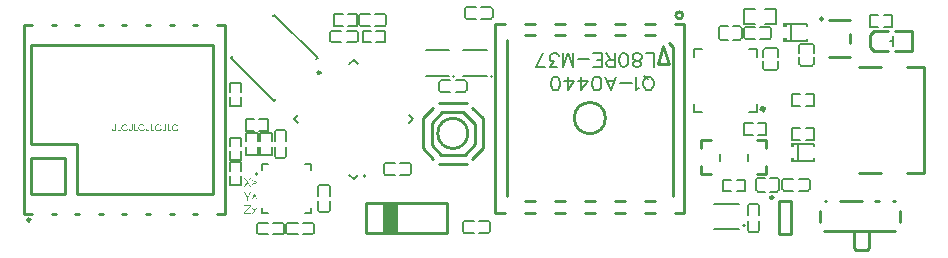
<source format=gto>
G04 Layer: TopSilkscreenLayer*
G04 EasyEDA v6.5.29, 2023-07-07 16:20:56*
G04 d9f499156d004e84aee0404722c7e58c,63a96235fadc4189ab89c93b90d034ab,10*
G04 Gerber Generator version 0.2*
G04 Scale: 100 percent, Rotated: No, Reflected: No *
G04 Dimensions in millimeters *
G04 leading zeros omitted , absolute positions ,4 integer and 5 decimal *
%FSLAX45Y45*%
%MOMM*%

%ADD10C,0.2032*%
%ADD11C,0.1524*%
%ADD12C,0.2540*%
%ADD13C,0.1500*%
%ADD14C,0.1520*%
%ADD15C,0.2000*%
%ADD16C,0.2030*%
%ADD17C,0.3000*%
%ADD18C,0.2489*%
%ADD19C,0.2500*%
%ADD20C,0.0126*%

%LPD*%
G36*
X-7062673Y7958023D02*
G01*
X-7066534Y7957769D01*
X-7070191Y7957007D01*
X-7073696Y7955788D01*
X-7077049Y7954060D01*
X-7080148Y7951978D01*
X-7082942Y7949590D01*
X-7085380Y7946796D01*
X-7087463Y7943646D01*
X-7089089Y7940243D01*
X-7090257Y7936585D01*
X-7090968Y7932775D01*
X-7091222Y7928762D01*
X-7090968Y7924546D01*
X-7090257Y7920634D01*
X-7089089Y7916925D01*
X-7087463Y7913471D01*
X-7085380Y7910322D01*
X-7082993Y7907578D01*
X-7080250Y7905242D01*
X-7077202Y7903209D01*
X-7073798Y7901584D01*
X-7070242Y7900416D01*
X-7066534Y7899704D01*
X-7062673Y7899450D01*
X-7058152Y7899755D01*
X-7053884Y7900568D01*
X-7049973Y7901990D01*
X-7046315Y7903972D01*
X-7043064Y7906410D01*
X-7040270Y7909407D01*
X-7037933Y7912811D01*
X-7036053Y7916722D01*
X-7045045Y7916722D01*
X-7046366Y7914284D01*
X-7047941Y7912150D01*
X-7049770Y7910322D01*
X-7051852Y7908798D01*
X-7054240Y7907629D01*
X-7056831Y7906715D01*
X-7059625Y7906156D01*
X-7062673Y7905953D01*
X-7065568Y7906156D01*
X-7068312Y7906715D01*
X-7070953Y7907629D01*
X-7073442Y7908798D01*
X-7075678Y7910372D01*
X-7077659Y7912201D01*
X-7079437Y7914335D01*
X-7080961Y7916722D01*
X-7082078Y7919313D01*
X-7082840Y7922209D01*
X-7083348Y7925257D01*
X-7083501Y7928559D01*
X-7083399Y7931962D01*
X-7082891Y7935061D01*
X-7082028Y7937957D01*
X-7080808Y7940598D01*
X-7079335Y7943037D01*
X-7077608Y7945221D01*
X-7075627Y7947101D01*
X-7073442Y7948675D01*
X-7070953Y7949844D01*
X-7068312Y7950657D01*
X-7065568Y7951114D01*
X-7059625Y7951114D01*
X-7056881Y7950606D01*
X-7054342Y7949742D01*
X-7052056Y7948523D01*
X-7049973Y7946999D01*
X-7048093Y7945170D01*
X-7046518Y7943037D01*
X-7045248Y7940598D01*
X-7036257Y7940598D01*
X-7038086Y7944510D01*
X-7040372Y7947964D01*
X-7043115Y7950962D01*
X-7046315Y7953502D01*
X-7049973Y7955483D01*
X-7053884Y7956905D01*
X-7058152Y7957718D01*
G37*
G36*
X-6920382Y7958023D02*
G01*
X-6924344Y7957718D01*
X-6928103Y7957007D01*
X-6931609Y7955838D01*
X-6934962Y7954264D01*
X-6938009Y7952079D01*
X-6940753Y7949641D01*
X-6943140Y7946796D01*
X-6945172Y7943646D01*
X-6946849Y7940243D01*
X-6948017Y7936585D01*
X-6948728Y7932775D01*
X-6948982Y7928762D01*
X-6948728Y7924546D01*
X-6948017Y7920634D01*
X-6946849Y7916925D01*
X-6945172Y7913471D01*
X-6943140Y7910322D01*
X-6940753Y7907578D01*
X-6938009Y7905242D01*
X-6934962Y7903209D01*
X-6931558Y7901584D01*
X-6928002Y7900416D01*
X-6924294Y7899704D01*
X-6920382Y7899450D01*
X-6915861Y7899755D01*
X-6911644Y7900568D01*
X-6907733Y7901990D01*
X-6904075Y7903972D01*
X-6900824Y7906410D01*
X-6898030Y7909356D01*
X-6895795Y7912709D01*
X-6894017Y7916519D01*
X-6902805Y7916722D01*
X-6904126Y7914233D01*
X-6905701Y7912100D01*
X-6907631Y7910220D01*
X-6909816Y7908645D01*
X-6912152Y7907426D01*
X-6914692Y7906613D01*
X-6917436Y7906105D01*
X-6920382Y7905953D01*
X-6923379Y7906105D01*
X-6926173Y7906664D01*
X-6928764Y7907528D01*
X-6931202Y7908798D01*
X-6933488Y7910322D01*
X-6935470Y7912150D01*
X-6937248Y7914284D01*
X-6938721Y7916722D01*
X-6939889Y7919415D01*
X-6940753Y7922310D01*
X-6941261Y7925409D01*
X-6941413Y7928762D01*
X-6941261Y7932064D01*
X-6940702Y7935112D01*
X-6939788Y7937957D01*
X-6938568Y7940598D01*
X-6937095Y7943037D01*
X-6935368Y7945221D01*
X-6933387Y7947101D01*
X-6931202Y7948675D01*
X-6928713Y7949844D01*
X-6926122Y7950708D01*
X-6923430Y7951216D01*
X-6920585Y7951368D01*
X-6917486Y7951216D01*
X-6914642Y7950657D01*
X-6912102Y7949742D01*
X-6909816Y7948523D01*
X-6907682Y7946999D01*
X-6905853Y7945170D01*
X-6904278Y7943037D01*
X-6903008Y7940598D01*
X-6894017Y7940598D01*
X-6895846Y7944510D01*
X-6898182Y7947914D01*
X-6900976Y7950860D01*
X-6904228Y7953349D01*
X-6907834Y7955381D01*
X-6911695Y7956854D01*
X-6915912Y7957718D01*
G37*
G36*
X-7346950Y7957820D02*
G01*
X-7350861Y7957616D01*
X-7354570Y7956905D01*
X-7358125Y7955737D01*
X-7361529Y7954060D01*
X-7364577Y7952079D01*
X-7367371Y7949641D01*
X-7369809Y7946847D01*
X-7371943Y7943646D01*
X-7373569Y7940192D01*
X-7374737Y7936534D01*
X-7375347Y7932674D01*
X-7375550Y7928559D01*
X-7375296Y7924546D01*
X-7374585Y7920685D01*
X-7373416Y7917078D01*
X-7371740Y7913674D01*
X-7369708Y7910525D01*
X-7367270Y7907731D01*
X-7364475Y7905292D01*
X-7361326Y7903209D01*
X-7358075Y7901584D01*
X-7354671Y7900416D01*
X-7351014Y7899704D01*
X-7347153Y7899450D01*
X-7342581Y7899806D01*
X-7338314Y7900670D01*
X-7334402Y7902041D01*
X-7330795Y7903972D01*
X-7327544Y7906410D01*
X-7324750Y7909407D01*
X-7322413Y7912811D01*
X-7320584Y7916722D01*
X-7329525Y7916722D01*
X-7330846Y7914284D01*
X-7332421Y7912150D01*
X-7334250Y7910322D01*
X-7336383Y7908798D01*
X-7338669Y7907578D01*
X-7341158Y7906715D01*
X-7343952Y7906207D01*
X-7349845Y7906207D01*
X-7352639Y7906664D01*
X-7355230Y7907477D01*
X-7357770Y7908645D01*
X-7359954Y7910220D01*
X-7361936Y7912100D01*
X-7363663Y7914233D01*
X-7365136Y7916722D01*
X-7366355Y7919313D01*
X-7367270Y7922209D01*
X-7367828Y7925257D01*
X-7367981Y7928559D01*
X-7367828Y7931861D01*
X-7367320Y7934959D01*
X-7366457Y7937906D01*
X-7365288Y7940598D01*
X-7363815Y7943037D01*
X-7362037Y7945170D01*
X-7360056Y7946999D01*
X-7357770Y7948523D01*
X-7355331Y7949742D01*
X-7352741Y7950657D01*
X-7349947Y7951216D01*
X-7346950Y7951368D01*
X-7344003Y7951216D01*
X-7341209Y7950657D01*
X-7338618Y7949742D01*
X-7336180Y7948523D01*
X-7334148Y7946948D01*
X-7332319Y7945069D01*
X-7330744Y7942986D01*
X-7329373Y7940598D01*
X-7320381Y7940598D01*
X-7322261Y7944510D01*
X-7324547Y7947914D01*
X-7327341Y7950860D01*
X-7330643Y7953349D01*
X-7334250Y7955330D01*
X-7338212Y7956702D01*
X-7342428Y7957566D01*
G37*
G36*
X-7204709Y7957820D02*
G01*
X-7208672Y7957667D01*
X-7212380Y7957007D01*
X-7215936Y7955788D01*
X-7219289Y7954060D01*
X-7222388Y7951978D01*
X-7225182Y7949590D01*
X-7227620Y7946796D01*
X-7229703Y7943646D01*
X-7231329Y7940192D01*
X-7232446Y7936534D01*
X-7233107Y7932674D01*
X-7233259Y7928559D01*
X-7233056Y7924546D01*
X-7232345Y7920685D01*
X-7231176Y7917078D01*
X-7229500Y7913674D01*
X-7227468Y7910525D01*
X-7225131Y7907731D01*
X-7222439Y7905292D01*
X-7219442Y7903209D01*
X-7216038Y7901584D01*
X-7212482Y7900416D01*
X-7208774Y7899704D01*
X-7204913Y7899450D01*
X-7200392Y7899755D01*
X-7196124Y7900568D01*
X-7192213Y7901990D01*
X-7188555Y7903972D01*
X-7185304Y7906410D01*
X-7182510Y7909407D01*
X-7180173Y7912811D01*
X-7178294Y7916722D01*
X-7187285Y7916722D01*
X-7188606Y7914284D01*
X-7190181Y7912150D01*
X-7192009Y7910322D01*
X-7194143Y7908798D01*
X-7196480Y7907629D01*
X-7199071Y7906715D01*
X-7201865Y7906156D01*
X-7204913Y7905953D01*
X-7207808Y7906156D01*
X-7210552Y7906715D01*
X-7213193Y7907629D01*
X-7215682Y7908798D01*
X-7217867Y7910372D01*
X-7219848Y7912150D01*
X-7221575Y7914233D01*
X-7223048Y7916519D01*
X-7224217Y7919212D01*
X-7225080Y7922158D01*
X-7225588Y7925257D01*
X-7225741Y7928559D01*
X-7225588Y7931861D01*
X-7225080Y7934959D01*
X-7224217Y7937906D01*
X-7223048Y7940598D01*
X-7221575Y7943037D01*
X-7219797Y7945170D01*
X-7217765Y7946999D01*
X-7215479Y7948523D01*
X-7213092Y7949742D01*
X-7210450Y7950657D01*
X-7207707Y7951216D01*
X-7204709Y7951368D01*
X-7201763Y7951216D01*
X-7199020Y7950708D01*
X-7196480Y7949844D01*
X-7194143Y7948675D01*
X-7192009Y7947050D01*
X-7190130Y7945120D01*
X-7188504Y7942986D01*
X-7187133Y7940598D01*
X-7178497Y7940598D01*
X-7180275Y7944561D01*
X-7182510Y7948015D01*
X-7185202Y7950911D01*
X-7188403Y7953349D01*
X-7192009Y7955330D01*
X-7195972Y7956702D01*
X-7200188Y7957566D01*
G37*
G36*
X-7408214Y7957312D02*
G01*
X-7408011Y7900009D01*
X-7380731Y7900009D01*
X-7380731Y7906105D01*
X-7400848Y7906105D01*
X-7400848Y7957108D01*
G37*
G36*
X-7288225Y7957312D02*
G01*
X-7288225Y7914894D01*
X-7288733Y7911338D01*
X-7289342Y7909915D01*
X-7290206Y7908645D01*
X-7291425Y7907528D01*
X-7292848Y7906715D01*
X-7294575Y7906156D01*
X-7296505Y7905953D01*
X-7298436Y7906156D01*
X-7300112Y7906715D01*
X-7301585Y7907528D01*
X-7302804Y7908645D01*
X-7303668Y7910068D01*
X-7304328Y7911693D01*
X-7304938Y7915452D01*
X-7312507Y7915452D01*
X-7312152Y7911947D01*
X-7311288Y7908848D01*
X-7309916Y7906105D01*
X-7307986Y7903768D01*
X-7305649Y7901889D01*
X-7302957Y7900568D01*
X-7299909Y7899755D01*
X-7296505Y7899450D01*
X-7293102Y7899755D01*
X-7290053Y7900568D01*
X-7287361Y7901889D01*
X-7285024Y7903768D01*
X-7283145Y7905953D01*
X-7281773Y7908544D01*
X-7280960Y7911541D01*
X-7280706Y7914894D01*
X-7280706Y7957312D01*
G37*
G36*
X-7265974Y7957312D02*
G01*
X-7266127Y7900009D01*
X-7238492Y7900009D01*
X-7238492Y7906105D01*
X-7258608Y7906105D01*
X-7258608Y7957108D01*
G37*
G36*
X-7430312Y7957108D02*
G01*
X-7430566Y7913116D01*
X-7430871Y7911439D01*
X-7431531Y7909966D01*
X-7432446Y7908645D01*
X-7433665Y7907528D01*
X-7435088Y7906715D01*
X-7436713Y7906258D01*
X-7438542Y7906105D01*
X-7440574Y7906258D01*
X-7442352Y7906715D01*
X-7443825Y7907528D01*
X-7445044Y7908645D01*
X-7445908Y7910068D01*
X-7446568Y7911693D01*
X-7447178Y7915452D01*
X-7454544Y7915656D01*
X-7454290Y7912049D01*
X-7453477Y7908899D01*
X-7452106Y7906156D01*
X-7450226Y7903768D01*
X-7447889Y7901889D01*
X-7445197Y7900568D01*
X-7442149Y7899755D01*
X-7438745Y7899450D01*
X-7435342Y7899755D01*
X-7432294Y7900568D01*
X-7429601Y7901889D01*
X-7427264Y7903768D01*
X-7425283Y7906003D01*
X-7423912Y7908645D01*
X-7423150Y7911592D01*
X-7422946Y7914894D01*
X-7422743Y7957108D01*
G37*
G36*
X-7146188Y7957108D02*
G01*
X-7145985Y7914894D01*
X-7146493Y7911338D01*
X-7147102Y7909915D01*
X-7147966Y7908645D01*
X-7149185Y7907528D01*
X-7150658Y7906715D01*
X-7152436Y7906258D01*
X-7154418Y7906105D01*
X-7156297Y7906258D01*
X-7157923Y7906715D01*
X-7159345Y7907528D01*
X-7160564Y7908645D01*
X-7161428Y7910068D01*
X-7162088Y7911693D01*
X-7162698Y7915452D01*
X-7170216Y7915452D01*
X-7169962Y7911896D01*
X-7169099Y7908747D01*
X-7167727Y7906054D01*
X-7165746Y7903768D01*
X-7163409Y7901889D01*
X-7160717Y7900568D01*
X-7157669Y7899755D01*
X-7154265Y7899450D01*
X-7150862Y7899704D01*
X-7147814Y7900517D01*
X-7145172Y7901787D01*
X-7142937Y7903616D01*
X-7141057Y7905902D01*
X-7139635Y7908594D01*
X-7138771Y7911592D01*
X-7138466Y7914894D01*
X-7138619Y7957108D01*
G37*
G36*
X-7123887Y7957108D02*
G01*
X-7123887Y7900009D01*
X-7096252Y7900009D01*
X-7096252Y7906105D01*
X-7116368Y7906105D01*
X-7116368Y7957108D01*
G37*
G36*
X-7003897Y7957108D02*
G01*
X-7003745Y7914894D01*
X-7004354Y7911388D01*
X-7005878Y7908442D01*
X-7007047Y7907426D01*
X-7008469Y7906715D01*
X-7010196Y7906258D01*
X-7014108Y7906207D01*
X-7015835Y7906715D01*
X-7017258Y7907578D01*
X-7018477Y7908798D01*
X-7019391Y7910169D01*
X-7020102Y7911744D01*
X-7020509Y7913573D01*
X-7020610Y7915656D01*
X-7027976Y7915452D01*
X-7027773Y7911947D01*
X-7027011Y7908798D01*
X-7025640Y7906003D01*
X-7023658Y7903616D01*
X-7021322Y7901736D01*
X-7018629Y7900416D01*
X-7015480Y7899653D01*
X-7012025Y7899450D01*
X-7008672Y7899653D01*
X-7005675Y7900416D01*
X-7003034Y7901736D01*
X-7000697Y7903616D01*
X-6998817Y7905902D01*
X-6997395Y7908594D01*
X-6996531Y7911592D01*
X-6996175Y7914894D01*
X-6996379Y7957108D01*
G37*
G36*
X-6981647Y7957108D02*
G01*
X-6981647Y7900009D01*
X-6954012Y7900009D01*
X-6954164Y7905953D01*
X-6974128Y7906105D01*
X-6974128Y7957108D01*
G37*
G36*
X-6336690Y7500061D02*
G01*
X-6311798Y7466025D01*
X-6338214Y7429957D01*
X-6329832Y7429957D01*
X-6307226Y7460691D01*
X-6284620Y7429957D01*
X-6275984Y7429957D01*
X-6302908Y7466279D01*
X-6278016Y7500061D01*
X-6285890Y7500061D01*
X-6306972Y7471359D01*
X-6328054Y7500061D01*
G37*
G36*
X-6267348Y7485837D02*
G01*
X-6267348Y7479487D01*
X-6230518Y7465009D01*
X-6267348Y7450531D01*
X-6267348Y7444181D01*
X-6223914Y7461707D01*
X-6223914Y7468311D01*
G37*
G36*
X-6339992Y7379970D02*
G01*
X-6311798Y7334250D01*
X-6311798Y7310120D01*
X-6304686Y7310120D01*
X-6304686Y7334250D01*
X-6276492Y7379970D01*
X-6284112Y7379970D01*
X-6307988Y7340600D01*
X-6332118Y7379970D01*
G37*
G36*
X-6250584Y7365746D02*
G01*
X-6268110Y7324344D01*
X-6262268Y7324344D01*
X-6247790Y7359650D01*
X-6233058Y7324344D01*
X-6227216Y7324344D01*
X-6244488Y7365746D01*
G37*
G36*
X-6334912Y7270038D02*
G01*
X-6334912Y7263688D01*
X-6289192Y7263688D01*
X-6335420Y7205014D01*
X-6335420Y7199934D01*
X-6278016Y7199934D01*
X-6278016Y7206284D01*
X-6325514Y7206284D01*
X-6279286Y7264958D01*
X-6279286Y7270038D01*
G37*
G36*
X-6271920Y7252512D02*
G01*
X-6252108Y7227112D01*
X-6272936Y7199934D01*
X-6265062Y7199934D01*
X-6248298Y7222032D01*
X-6231534Y7199934D01*
X-6223406Y7199934D01*
X-6244488Y7227112D01*
X-6224676Y7252512D01*
X-6232296Y7252512D01*
X-6248298Y7231938D01*
X-6264046Y7252512D01*
G37*
D10*
X-2869994Y8445428D02*
G01*
X-2869994Y8559982D01*
X-2869994Y8559982D02*
G01*
X-2935526Y8559982D01*
X-2998772Y8445428D02*
G01*
X-2982516Y8450762D01*
X-2976928Y8461684D01*
X-2976928Y8472606D01*
X-2982516Y8483528D01*
X-2993438Y8489116D01*
X-3015282Y8494450D01*
X-3031538Y8500038D01*
X-3042460Y8510960D01*
X-3047794Y8521882D01*
X-3047794Y8538138D01*
X-3042460Y8549060D01*
X-3036872Y8554394D01*
X-3020616Y8559982D01*
X-2998772Y8559982D01*
X-2982516Y8554394D01*
X-2976928Y8549060D01*
X-2971594Y8538138D01*
X-2971594Y8521882D01*
X-2976928Y8510960D01*
X-2987850Y8500038D01*
X-3004360Y8494450D01*
X-3025950Y8489116D01*
X-3036872Y8483528D01*
X-3042460Y8472606D01*
X-3042460Y8461684D01*
X-3036872Y8450762D01*
X-3020616Y8445428D01*
X-2998772Y8445428D01*
X-3116628Y8445428D02*
G01*
X-3100372Y8450762D01*
X-3089450Y8467272D01*
X-3083862Y8494450D01*
X-3083862Y8510960D01*
X-3089450Y8538138D01*
X-3100372Y8554394D01*
X-3116628Y8559982D01*
X-3127550Y8559982D01*
X-3143806Y8554394D01*
X-3154728Y8538138D01*
X-3160316Y8510960D01*
X-3160316Y8494450D01*
X-3154728Y8467272D01*
X-3143806Y8450762D01*
X-3127550Y8445428D01*
X-3116628Y8445428D01*
X-3196130Y8445428D02*
G01*
X-3196130Y8559982D01*
X-3196130Y8445428D02*
G01*
X-3245406Y8445428D01*
X-3261662Y8450762D01*
X-3267250Y8456350D01*
X-3272584Y8467272D01*
X-3272584Y8478194D01*
X-3267250Y8489116D01*
X-3261662Y8494450D01*
X-3245406Y8500038D01*
X-3196130Y8500038D01*
X-3234484Y8500038D02*
G01*
X-3272584Y8559982D01*
X-3308652Y8445428D02*
G01*
X-3308652Y8559982D01*
X-3308652Y8445428D02*
G01*
X-3379518Y8445428D01*
X-3308652Y8500038D02*
G01*
X-3352340Y8500038D01*
X-3308652Y8559982D02*
G01*
X-3379518Y8559982D01*
X-3415586Y8510960D02*
G01*
X-3513630Y8510960D01*
X-3549698Y8445428D02*
G01*
X-3549698Y8559982D01*
X-3549698Y8445428D02*
G01*
X-3593386Y8559982D01*
X-3637074Y8445428D02*
G01*
X-3593386Y8559982D01*
X-3637074Y8445428D02*
G01*
X-3637074Y8559982D01*
X-3683810Y8445428D02*
G01*
X-3744008Y8445428D01*
X-3711242Y8489116D01*
X-3727498Y8489116D01*
X-3738420Y8494450D01*
X-3744008Y8500038D01*
X-3749342Y8516294D01*
X-3749342Y8527216D01*
X-3744008Y8543726D01*
X-3733086Y8554394D01*
X-3716576Y8559982D01*
X-3700320Y8559982D01*
X-3683810Y8554394D01*
X-3678476Y8549060D01*
X-3672888Y8538138D01*
X-3861610Y8445428D02*
G01*
X-3807254Y8559982D01*
X-3785410Y8445428D02*
G01*
X-3861610Y8445428D01*
X-2902783Y8244448D02*
G01*
X-2891861Y8250036D01*
X-2880939Y8260958D01*
X-2875351Y8271880D01*
X-2870017Y8288136D01*
X-2870017Y8315314D01*
X-2875351Y8331824D01*
X-2880939Y8342746D01*
X-2891861Y8353668D01*
X-2902783Y8359002D01*
X-2924627Y8359002D01*
X-2935549Y8353668D01*
X-2946471Y8342746D01*
X-2951805Y8331824D01*
X-2957139Y8315314D01*
X-2957139Y8288136D01*
X-2951805Y8271880D01*
X-2946471Y8260958D01*
X-2935549Y8250036D01*
X-2924627Y8244448D01*
X-2902783Y8244448D01*
X-2919039Y8337158D02*
G01*
X-2951805Y8369924D01*
X-2993207Y8266292D02*
G01*
X-3004129Y8260958D01*
X-3020639Y8244448D01*
X-3020639Y8359002D01*
X-3056453Y8309980D02*
G01*
X-3154751Y8309980D01*
X-3234253Y8244448D02*
G01*
X-3190819Y8359002D01*
X-3234253Y8244448D02*
G01*
X-3277941Y8359002D01*
X-3207075Y8320902D02*
G01*
X-3261685Y8320902D01*
X-3346775Y8244448D02*
G01*
X-3330265Y8250036D01*
X-3319343Y8266292D01*
X-3314009Y8293724D01*
X-3314009Y8309980D01*
X-3319343Y8337158D01*
X-3330265Y8353668D01*
X-3346775Y8359002D01*
X-3357697Y8359002D01*
X-3373953Y8353668D01*
X-3384875Y8337158D01*
X-3390463Y8309980D01*
X-3390463Y8293724D01*
X-3384875Y8266292D01*
X-3373953Y8250036D01*
X-3357697Y8244448D01*
X-3346775Y8244448D01*
X-3480887Y8244448D02*
G01*
X-3426277Y8320902D01*
X-3508065Y8320902D01*
X-3480887Y8244448D02*
G01*
X-3480887Y8359002D01*
X-3598743Y8244448D02*
G01*
X-3544133Y8320902D01*
X-3625921Y8320902D01*
X-3598743Y8244448D02*
G01*
X-3598743Y8359002D01*
X-3694755Y8244448D02*
G01*
X-3678245Y8250036D01*
X-3667323Y8266292D01*
X-3661989Y8293724D01*
X-3661989Y8309980D01*
X-3667323Y8337158D01*
X-3678245Y8353668D01*
X-3694755Y8359002D01*
X-3705677Y8359002D01*
X-3721933Y8353668D01*
X-3732855Y8337158D01*
X-3738443Y8309980D01*
X-3738443Y8293724D01*
X-3732855Y8266292D01*
X-3721933Y8250036D01*
X-3705677Y8244448D01*
X-3694755Y8244448D01*
G36*
X-1707997Y7800238D02*
G01*
X-1707997Y7764983D01*
X-1677517Y7764983D01*
X-1677517Y7800238D01*
G37*
G36*
X-1707997Y7674965D02*
G01*
X-1707997Y7639761D01*
X-1677517Y7639761D01*
X-1677517Y7674965D01*
G37*
G36*
X-1772970Y8815222D02*
G01*
X-1772970Y8780018D01*
X-1742490Y8780018D01*
X-1742490Y8815222D01*
G37*
G36*
X-1772970Y8690000D02*
G01*
X-1772970Y8654745D01*
X-1742490Y8654745D01*
X-1742490Y8690000D01*
G37*
D11*
X-4248360Y8949842D02*
G01*
X-4327370Y8949842D01*
X-4327370Y8850121D02*
G01*
X-4248360Y8850121D01*
X-4233120Y8865362D02*
G01*
X-4233120Y8934602D01*
X-4451621Y8949842D02*
G01*
X-4372612Y8949842D01*
X-4372612Y8850121D02*
G01*
X-4451621Y8850121D01*
X-4466861Y8865362D02*
G01*
X-4466861Y8934602D01*
D12*
X-2609992Y8809984D02*
G01*
X-2609992Y7209983D01*
X-4209994Y7209983D02*
G01*
X-4209994Y8809984D01*
X-2739991Y8469983D02*
G01*
X-2829991Y8469983D01*
X-2789991Y8619985D01*
X-2739991Y8469983D01*
X-3962483Y7309982D02*
G01*
X-3873502Y7309982D01*
X-3708483Y7309982D02*
G01*
X-3619502Y7309982D01*
X-3454483Y7309982D02*
G01*
X-3365502Y7309982D01*
X-3200483Y7309982D02*
G01*
X-3111502Y7309982D01*
X-2946483Y7309982D02*
G01*
X-2857502Y7309982D01*
X-2709992Y7351626D02*
G01*
X-2709992Y8609982D01*
X-2709992Y8609982D02*
G01*
X-2743215Y8643205D01*
X-2857502Y8709985D02*
G01*
X-2946483Y8709985D01*
X-3111502Y8709985D02*
G01*
X-3200483Y8709985D01*
X-3365502Y8709985D02*
G01*
X-3454483Y8709985D01*
X-3619502Y8709985D02*
G01*
X-3708483Y8709985D01*
X-3873502Y8709985D02*
G01*
X-3962483Y8709985D01*
X-4109994Y8668341D02*
G01*
X-4109994Y7351626D01*
X-4209994Y7209983D02*
G01*
X-4128107Y7209983D01*
X-3961879Y7209983D02*
G01*
X-3874107Y7209983D01*
X-3707879Y7209983D02*
G01*
X-3620107Y7209983D01*
X-3453879Y7209983D02*
G01*
X-3366107Y7209983D01*
X-3199879Y7209983D02*
G01*
X-3112107Y7209983D01*
X-2945879Y7209983D02*
G01*
X-2858107Y7209983D01*
X-2691879Y7209983D02*
G01*
X-2609992Y7209983D01*
X-2609992Y8809984D02*
G01*
X-2691879Y8809984D01*
X-2858107Y8809984D02*
G01*
X-2945879Y8809984D01*
X-3112107Y8809984D02*
G01*
X-3199879Y8809984D01*
X-3366107Y8809984D02*
G01*
X-3453879Y8809984D01*
X-3620107Y8809984D02*
G01*
X-3707879Y8809984D01*
X-3874107Y8809984D02*
G01*
X-3961879Y8809984D01*
X-4128107Y8809984D02*
G01*
X-4209994Y8809984D01*
D13*
X-1940003Y8491987D02*
G01*
X-1940003Y8429983D01*
X-1940003Y8527991D02*
G01*
X-1940003Y8589982D01*
X-1819998Y8527991D02*
G01*
X-1819998Y8589982D01*
X-1839998Y8604991D02*
G01*
X-1919996Y8604991D01*
X-1819998Y8491987D02*
G01*
X-1819998Y8429983D01*
X-1839998Y8414986D02*
G01*
X-1919996Y8414986D01*
X-1835007Y8604991D02*
G01*
X-1839998Y8604991D01*
X-1924994Y8604991D02*
G01*
X-1919996Y8604991D01*
X-1834995Y8414986D02*
G01*
X-1839998Y8414986D01*
X-1925007Y8414986D02*
G01*
X-1919996Y8414986D01*
X-2201999Y8669975D02*
G01*
X-2139995Y8669975D01*
X-2238004Y8669975D02*
G01*
X-2299995Y8669975D01*
X-2238004Y8789979D02*
G01*
X-2299995Y8789979D01*
X-2315004Y8769979D02*
G01*
X-2315004Y8689982D01*
X-2201999Y8789979D02*
G01*
X-2139995Y8789979D01*
X-2124999Y8769979D02*
G01*
X-2124999Y8689982D01*
X-2315004Y8774971D02*
G01*
X-2315004Y8769979D01*
X-2315004Y8684983D02*
G01*
X-2315004Y8689982D01*
X-2124999Y8774983D02*
G01*
X-2124999Y8769979D01*
X-2124999Y8684971D02*
G01*
X-2124999Y8689982D01*
D11*
X-1888365Y8779842D02*
G01*
X-1967374Y8779842D01*
X-1967374Y8680122D02*
G01*
X-1888365Y8680122D01*
X-1873125Y8695362D02*
G01*
X-1873125Y8764602D01*
X-2091626Y8779842D02*
G01*
X-2012617Y8779842D01*
X-2012617Y8680122D02*
G01*
X-2091626Y8680122D01*
X-2106866Y8695362D02*
G01*
X-2106866Y8764602D01*
D14*
X-1509872Y7647363D02*
G01*
X-1509872Y7667985D01*
X-1509872Y7792605D02*
G01*
X-1509872Y7772984D01*
D11*
X-1685117Y7792605D02*
G01*
X-1509872Y7792605D01*
X-1685117Y7647363D02*
G01*
X-1509872Y7647363D01*
X-1644672Y7792605D02*
G01*
X-1644672Y7647363D01*
D14*
X-1574868Y8662372D02*
G01*
X-1574868Y8682995D01*
X-1574868Y8807615D02*
G01*
X-1574868Y8787993D01*
D11*
X-1750113Y8807615D02*
G01*
X-1574868Y8807615D01*
X-1750113Y8662372D02*
G01*
X-1574868Y8662372D01*
X-1709668Y8807615D02*
G01*
X-1709668Y8662372D01*
D12*
X-2383485Y7533985D02*
G01*
X-2464993Y7533985D01*
X-2464993Y7599974D01*
X-2464993Y7759994D02*
G01*
X-2464993Y7825983D01*
X-2464993Y7759994D01*
X-2464993Y7825983D01*
X-2383485Y7825983D01*
D15*
X-2310003Y7649987D02*
G01*
X-2310003Y7709982D01*
D12*
X-1996506Y7825983D02*
G01*
X-1914997Y7825983D01*
X-1914997Y7759994D01*
X-1914997Y7599974D02*
G01*
X-1914997Y7533985D01*
X-1914997Y7599974D01*
X-1914997Y7533985D01*
X-1996506Y7533985D01*
D15*
X-2069988Y7709982D02*
G01*
X-2069988Y7649987D01*
D11*
X-2032617Y7870123D02*
G01*
X-2104420Y7870123D01*
X-2104420Y7969844D01*
X-2032617Y7969844D01*
X-1987374Y7870123D02*
G01*
X-1915571Y7870123D01*
X-1915571Y7969844D01*
X-1987374Y7969844D01*
X-2212616Y7390124D02*
G01*
X-2284420Y7390124D01*
X-2284420Y7489845D01*
X-2212616Y7489845D01*
X-2167374Y7390124D02*
G01*
X-2095571Y7390124D01*
X-2095571Y7489845D01*
X-2167374Y7489845D01*
D15*
X-1994992Y8129963D02*
G01*
X-1994992Y8064964D01*
X-2059990Y8064964D01*
X-2524988Y8129963D02*
G01*
X-2524988Y8064964D01*
X-2459989Y8064964D01*
X-2459989Y8594961D02*
G01*
X-2524988Y8594961D01*
X-2524988Y8529962D01*
X-1994992Y8529962D02*
G01*
X-1994992Y8594961D01*
X-2059990Y8594961D01*
D12*
X-1064994Y6889991D02*
G01*
X-1044994Y6909991D01*
X-1154993Y6889991D02*
G01*
X-1174993Y6909991D01*
X-1044994Y6909991D02*
G01*
X-1044994Y7039990D01*
X-1174993Y6909991D02*
G01*
X-1174993Y7039990D01*
X-1154993Y6889991D02*
G01*
X-1064994Y6889991D01*
X-1421879Y7309990D02*
G01*
X-1407556Y7309990D01*
X-1464993Y7129990D02*
G01*
X-1464993Y7226876D01*
X-828108Y7049990D02*
G01*
X-1424993Y7049990D01*
X-784994Y7226876D02*
G01*
X-784994Y7133104D01*
X-842431Y7309990D02*
G01*
X-824994Y7309990D01*
X-992431Y7309990D02*
G01*
X-957554Y7309990D01*
X-1292433Y7309990D02*
G01*
X-1107554Y7309990D01*
X-8139986Y7789986D02*
G01*
X-8139986Y8629987D01*
X-6599984Y8629987D01*
X-6599984Y7369985D01*
X-7749984Y7369985D01*
X-7749984Y7789986D01*
X-8139986Y7789986D01*
X-6566870Y8799987D02*
G01*
X-6499984Y8799987D01*
X-6766872Y8799987D02*
G01*
X-6733098Y8799987D01*
X-6966872Y8799987D02*
G01*
X-6933100Y8799987D01*
X-7166871Y8799987D02*
G01*
X-7133099Y8799987D01*
X-7366871Y8799987D02*
G01*
X-7333099Y8799987D01*
X-7566870Y8799987D02*
G01*
X-7533098Y8799987D01*
X-7766870Y8799987D02*
G01*
X-7733098Y8799987D01*
X-7966872Y8799987D02*
G01*
X-7933098Y8799987D01*
X-8199986Y8799987D02*
G01*
X-8133100Y8799987D01*
X-6566870Y7199985D02*
G01*
X-6499984Y7199985D01*
X-6766872Y7199985D02*
G01*
X-6733098Y7199985D01*
X-6966872Y7199985D02*
G01*
X-6933100Y7199985D01*
X-7166871Y7199985D02*
G01*
X-7133099Y7199985D01*
X-7366871Y7199985D02*
G01*
X-7333099Y7199985D01*
X-7566870Y7199985D02*
G01*
X-7533098Y7199985D01*
X-7766870Y7199985D02*
G01*
X-7733098Y7199985D01*
X-7966872Y7199985D02*
G01*
X-7933098Y7199985D01*
X-8199986Y7199985D02*
G01*
X-8133100Y7199985D01*
X-6499984Y8799987D02*
G01*
X-6499984Y7199985D01*
X-8199986Y8799987D02*
G01*
X-8199986Y7199985D01*
X-8144979Y7364986D02*
G01*
X-8144979Y7674993D01*
X-7854988Y7674993D01*
X-7854988Y7364986D01*
X-8144979Y7364986D01*
X-4249991Y8364984D02*
G01*
X-4249991Y8366168D01*
D14*
X-4479991Y8369983D02*
G01*
X-4279991Y8369983D01*
X-4279991Y8589982D02*
G01*
X-4479991Y8589982D01*
D12*
X-4569990Y8364984D02*
G01*
X-4569990Y8366168D01*
D14*
X-4799990Y8369983D02*
G01*
X-4599990Y8369983D01*
X-4599990Y8589982D02*
G01*
X-4799990Y8589982D01*
D11*
X-2074852Y7063356D02*
G01*
X-2074852Y7142365D01*
X-1975131Y7187608D02*
G01*
X-1975131Y7266617D01*
X-2074852Y7266617D02*
G01*
X-2074852Y7187608D01*
X-1990371Y7281857D02*
G01*
X-2059612Y7281857D01*
X-1975131Y7142365D02*
G01*
X-1975131Y7063356D01*
X-1990371Y7048116D02*
G01*
X-2059612Y7048116D01*
X-2147371Y7067367D02*
G01*
X-2362611Y7067367D01*
X-2147371Y7282606D02*
G01*
X-2362611Y7282606D01*
X-6360126Y7727363D02*
G01*
X-6360126Y7655560D01*
X-6459847Y7655560D01*
X-6459847Y7727363D01*
X-6360126Y7772605D02*
G01*
X-6360126Y7844409D01*
X-6459847Y7844409D01*
X-6459847Y7772605D01*
X-6207366Y7999844D02*
G01*
X-6135563Y7999844D01*
X-6135563Y7900123D01*
X-6207366Y7900123D01*
X-6252608Y7999844D02*
G01*
X-6324412Y7999844D01*
X-6324412Y7900123D01*
X-6252608Y7900123D01*
X-6459847Y8232604D02*
G01*
X-6459847Y8304408D01*
X-6360126Y8304408D01*
X-6360126Y8232604D01*
X-6459847Y8187362D02*
G01*
X-6459847Y8115559D01*
X-6360126Y8115559D01*
X-6360126Y8187362D01*
X-6360126Y7517363D02*
G01*
X-6360126Y7445560D01*
X-6459847Y7445560D01*
X-6459847Y7517363D01*
X-6360126Y7562606D02*
G01*
X-6360126Y7634409D01*
X-6459847Y7634409D01*
X-6459847Y7562606D01*
D12*
X-948519Y7548173D02*
G01*
X-1134811Y7548173D01*
X-576681Y8442172D02*
G01*
X-576681Y7548173D01*
X-724811Y7548173D01*
X-948484Y8442172D02*
G01*
X-1134846Y8442172D01*
X-576681Y8442172D02*
G01*
X-724847Y8442172D01*
D11*
X-4671623Y8230123D02*
G01*
X-4592614Y8230123D01*
X-4592614Y8329843D02*
G01*
X-4671623Y8329843D01*
X-4686863Y8314603D02*
G01*
X-4686863Y8245363D01*
X-4468362Y8230123D02*
G01*
X-4547372Y8230123D01*
X-4547372Y8329843D02*
G01*
X-4468362Y8329843D01*
X-4453122Y8314603D02*
G01*
X-4453122Y8245363D01*
D12*
X-4750079Y7779908D02*
G01*
X-4750079Y7969900D01*
X-4659909Y8060070D01*
X-4480077Y8060070D01*
X-4380001Y7959994D01*
X-4380001Y7790068D01*
X-4470171Y7699898D01*
X-4670069Y7699898D01*
X-4750079Y7779908D01*
X-4825009Y8007492D02*
G01*
X-4735502Y8096999D01*
X-4686833Y8135000D02*
G01*
X-4453153Y8135000D01*
X-4404484Y8096999D02*
G01*
X-4314977Y8007492D01*
X-4686833Y7624968D02*
G01*
X-4453153Y7624968D01*
X-4404484Y7662969D02*
G01*
X-4314977Y7752476D01*
X-4825009Y7752476D02*
G01*
X-4735502Y7662969D01*
X-4314977Y7752476D02*
G01*
X-4314977Y8007492D01*
X-4825009Y7752476D02*
G01*
X-4825009Y8007492D01*
D11*
X-5880620Y7964934D02*
G01*
X-5915670Y7999984D01*
X-5880620Y8035033D01*
X-5374871Y8470684D02*
G01*
X-5409920Y8505733D01*
X-5444970Y8470684D01*
X-5444970Y7529283D02*
G01*
X-5409920Y7494234D01*
X-5374871Y7529283D01*
X-4939220Y8035033D02*
G01*
X-4904171Y7999984D01*
X-4939220Y7964934D01*
D12*
X-5153792Y7274285D02*
G01*
X-5153792Y7032985D01*
X-5128392Y7032985D01*
X-5128392Y7286985D01*
X-5102992Y7286985D01*
X-5102992Y7032985D01*
X-5077592Y7032985D01*
X-5077592Y7286985D01*
X-5052192Y7286985D01*
X-5052192Y7032985D01*
X-5306192Y7286985D02*
G01*
X-4620392Y7286985D01*
X-4620392Y7032985D01*
X-5306192Y7032985D01*
X-5306192Y7286985D01*
D13*
X-1887004Y7385006D02*
G01*
X-1825000Y7385006D01*
X-1923008Y7385006D02*
G01*
X-1984999Y7385006D01*
X-1923008Y7505011D02*
G01*
X-1984999Y7505011D01*
X-2000008Y7485011D02*
G01*
X-2000008Y7405014D01*
X-1887004Y7505011D02*
G01*
X-1825000Y7505011D01*
X-1810004Y7485011D02*
G01*
X-1810004Y7405014D01*
X-2000008Y7490002D02*
G01*
X-2000008Y7485011D01*
X-2000008Y7400015D02*
G01*
X-2000008Y7405014D01*
X-1810004Y7490015D02*
G01*
X-1810004Y7485011D01*
X-1810004Y7400002D02*
G01*
X-1810004Y7405014D01*
X-1635008Y8527021D02*
G01*
X-1635008Y8465017D01*
X-1635008Y8563025D02*
G01*
X-1635008Y8625017D01*
X-1515003Y8563025D02*
G01*
X-1515003Y8625017D01*
X-1535003Y8640025D02*
G01*
X-1615000Y8640025D01*
X-1515003Y8527021D02*
G01*
X-1515003Y8465017D01*
X-1535003Y8450021D02*
G01*
X-1615000Y8450021D01*
X-1530012Y8640025D02*
G01*
X-1535003Y8640025D01*
X-1619999Y8640025D02*
G01*
X-1615000Y8640025D01*
X-1529999Y8450021D02*
G01*
X-1535003Y8450021D01*
X-1620012Y8450021D02*
G01*
X-1615000Y8450021D01*
D11*
X-1766630Y7395154D02*
G01*
X-1687621Y7395154D01*
X-1687621Y7494874D02*
G01*
X-1766630Y7494874D01*
X-1781870Y7479634D02*
G01*
X-1781870Y7410394D01*
X-1563370Y7395154D02*
G01*
X-1642379Y7395154D01*
X-1642379Y7494874D02*
G01*
X-1563370Y7494874D01*
X-1548129Y7479634D02*
G01*
X-1548129Y7410394D01*
D12*
X-678469Y8578656D02*
G01*
X-678469Y8751376D01*
X-678469Y8751376D02*
G01*
X-825789Y8751376D01*
X-678469Y8578656D02*
G01*
X-825789Y8578656D01*
X-884209Y8751376D02*
G01*
X-1001049Y8751376D01*
X-886749Y8578656D02*
G01*
X-1001049Y8578656D01*
X-1001049Y8578656D02*
G01*
X-1036609Y8614216D01*
X-1036609Y8715816D01*
X-1001049Y8751376D01*
D16*
X-847379Y8624376D02*
G01*
X-847379Y8703116D01*
X-847379Y8664221D02*
G01*
X-864915Y8664221D01*
D11*
X-2012617Y8936042D02*
G01*
X-2108504Y8936042D01*
X-2108504Y8803921D01*
X-2012617Y8803921D01*
X-1927374Y8936042D02*
G01*
X-1831487Y8936042D01*
X-1831487Y8803921D01*
X-1927374Y8803921D01*
X-967618Y8785133D02*
G01*
X-1039421Y8785133D01*
X-1039421Y8884853D01*
X-967618Y8884853D01*
X-922375Y8785133D02*
G01*
X-850572Y8785133D01*
X-850572Y8884853D01*
X-922375Y8884853D01*
D12*
X-1204996Y8840025D02*
G01*
X-1384998Y8840025D01*
X-1204996Y8725027D02*
G01*
X-1204996Y8645024D01*
X-1204996Y8530023D02*
G01*
X-1384998Y8530023D01*
X-1804723Y7310965D02*
G01*
X-1704647Y7310965D01*
X-1704647Y7031057D01*
X-1804723Y7031057D01*
X-1804723Y7031057D02*
G01*
X-1804723Y7310965D01*
D11*
X-5610146Y7228372D02*
G01*
X-5610146Y7307381D01*
X-5709866Y7307381D02*
G01*
X-5709866Y7228372D01*
X-5694626Y7213132D02*
G01*
X-5625386Y7213132D01*
X-5610146Y7431633D02*
G01*
X-5610146Y7352624D01*
X-5709866Y7352624D02*
G01*
X-5709866Y7431633D01*
X-5694626Y7446873D02*
G01*
X-5625386Y7446873D01*
X-5760595Y7124037D02*
G01*
X-5839604Y7124037D01*
X-5839604Y7024316D02*
G01*
X-5760595Y7024316D01*
X-5745355Y7039556D02*
G01*
X-5745355Y7108797D01*
X-5963856Y7124037D02*
G01*
X-5884847Y7124037D01*
X-5884847Y7024316D02*
G01*
X-5963856Y7024316D01*
X-5979096Y7039556D02*
G01*
X-5979096Y7108797D01*
X-6079865Y7891635D02*
G01*
X-6079865Y7812625D01*
X-5980145Y7812625D02*
G01*
X-5980145Y7891635D01*
X-5995385Y7906875D02*
G01*
X-6064625Y7906875D01*
X-6079865Y7688374D02*
G01*
X-6079865Y7767383D01*
X-5980145Y7767383D02*
G01*
X-5980145Y7688374D01*
X-5995385Y7673134D02*
G01*
X-6064625Y7673134D01*
X-6213855Y7024316D02*
G01*
X-6134846Y7024316D01*
X-6134846Y7124037D02*
G01*
X-6213855Y7124037D01*
X-6229095Y7108797D02*
G01*
X-6229095Y7039556D01*
X-6010595Y7024316D02*
G01*
X-6089604Y7024316D01*
X-6089604Y7124037D02*
G01*
X-6010595Y7124037D01*
X-5995355Y7108797D02*
G01*
X-5995355Y7039556D01*
X-6220145Y7767383D02*
G01*
X-6220145Y7695580D01*
X-6319865Y7695580D01*
X-6319865Y7767383D01*
X-6220145Y7812625D02*
G01*
X-6220145Y7884429D01*
X-6319865Y7884429D01*
X-6319865Y7812625D01*
X-6199865Y7812625D02*
G01*
X-6199865Y7884429D01*
X-6100145Y7884429D01*
X-6100145Y7812625D01*
X-6199865Y7767383D02*
G01*
X-6199865Y7695580D01*
X-6100145Y7695580D01*
X-6100145Y7767383D01*
X-5821956Y7617622D02*
G01*
X-5772386Y7617622D01*
X-5772386Y7568051D01*
X-5821956Y7202383D02*
G01*
X-5772386Y7202383D01*
X-5772386Y7251954D01*
X-6138054Y7617622D02*
G01*
X-6187625Y7617622D01*
X-6187625Y7568051D01*
X-6138054Y7202383D02*
G01*
X-6187625Y7202383D01*
X-6187625Y7251954D01*
X-6066152Y8169480D02*
G01*
X-6079990Y8155642D01*
X-6444322Y8519975D01*
X-6430484Y8533813D01*
X-5729493Y8506139D02*
G01*
X-5715657Y8519975D01*
X-6079990Y8884307D01*
X-6093825Y8870472D01*
X-5141622Y7530124D02*
G01*
X-5062613Y7530124D01*
X-5062613Y7629845D02*
G01*
X-5141622Y7629845D01*
X-5156862Y7614602D02*
G01*
X-5156862Y7545367D01*
X-4938361Y7530124D02*
G01*
X-5017371Y7530124D01*
X-5017371Y7629845D02*
G01*
X-4938361Y7629845D01*
X-4923121Y7614602D02*
G01*
X-4923121Y7545367D01*
X-5351635Y8790144D02*
G01*
X-5272625Y8790144D01*
X-5272625Y8889865D02*
G01*
X-5351635Y8889865D01*
X-5366875Y8874625D02*
G01*
X-5366875Y8805384D01*
X-5148374Y8790144D02*
G01*
X-5227383Y8790144D01*
X-5227383Y8889865D02*
G01*
X-5148374Y8889865D01*
X-5133134Y8874625D02*
G01*
X-5133134Y8805384D01*
X-5388376Y8749865D02*
G01*
X-5467385Y8749865D01*
X-5467385Y8650145D02*
G01*
X-5388376Y8650145D01*
X-5373136Y8665385D02*
G01*
X-5373136Y8734625D01*
X-5591637Y8749865D02*
G01*
X-5512628Y8749865D01*
X-5512628Y8650145D02*
G01*
X-5591637Y8650145D01*
X-5606877Y8665385D02*
G01*
X-5606877Y8734625D01*
X-4471621Y7040125D02*
G01*
X-4392612Y7040125D01*
X-4392612Y7139846D02*
G01*
X-4471621Y7139846D01*
X-4486861Y7124606D02*
G01*
X-4486861Y7055365D01*
X-4268360Y7040125D02*
G01*
X-4347370Y7040125D01*
X-4347370Y7139846D02*
G01*
X-4268360Y7139846D01*
X-4253120Y7124606D02*
G01*
X-4253120Y7055365D01*
X-5262626Y8650145D02*
G01*
X-5334429Y8650145D01*
X-5334429Y8749865D01*
X-5262626Y8749865D01*
X-5217383Y8650145D02*
G01*
X-5145580Y8650145D01*
X-5145580Y8749865D01*
X-5217383Y8749865D01*
X-5457385Y8889865D02*
G01*
X-5385582Y8889865D01*
X-5385582Y8790144D01*
X-5457385Y8790144D01*
X-5502628Y8889865D02*
G01*
X-5574431Y8889865D01*
X-5574431Y8790144D01*
X-5502628Y8790144D01*
X-1627621Y7825155D02*
G01*
X-1699425Y7825155D01*
X-1699425Y7924876D01*
X-1627621Y7924876D01*
X-1582379Y7825155D02*
G01*
X-1510576Y7825155D01*
X-1510576Y7924876D01*
X-1582379Y7924876D01*
X-1627621Y8115155D02*
G01*
X-1699425Y8115155D01*
X-1699425Y8214875D01*
X-1627621Y8214875D01*
X-1582379Y8115155D02*
G01*
X-1510576Y8115155D01*
X-1510576Y8214875D01*
X-1582379Y8214875D01*
G75*
G01*
X-4248361Y8850122D02*
G03*
X-4233121Y8865362I0J15240D01*
G75*
G01*
X-4233121Y8934602D02*
G03*
X-4248361Y8949842I-15240J0D01*
G75*
G01*
X-4451622Y8850122D02*
G02*
X-4466862Y8865362I0J15240D01*
G75*
G01*
X-4466862Y8934602D02*
G02*
X-4451622Y8949842I15240J0D01*
D13*
G75*
G01*
X-1819999Y8589983D02*
G03*
X-1835008Y8604992I-15009J0D01*
G75*
G01*
X-1940004Y8589983D02*
G02*
X-1924995Y8604992I15009J0D01*
G75*
G01*
X-1819999Y8429983D02*
G02*
X-1834995Y8414987I-14996J0D01*
G75*
G01*
X-1940004Y8429983D02*
G03*
X-1925008Y8414987I14996J0D01*
G75*
G01*
X-2299995Y8789980D02*
G03*
X-2315004Y8774971I0J-15009D01*
G75*
G01*
X-2299995Y8669975D02*
G02*
X-2315004Y8684984I0J15009D01*
G75*
G01*
X-2139996Y8789980D02*
G02*
X-2125000Y8774984I0J-14996D01*
G75*
G01*
X-2139996Y8669975D02*
G03*
X-2125000Y8684971I0J14996D01*
D11*
G75*
G01*
X-1888366Y8680122D02*
G03*
X-1873126Y8695362I0J15240D01*
G75*
G01*
X-1873126Y8764603D02*
G03*
X-1888366Y8779843I-15240J0D01*
G75*
G01*
X-2091626Y8680122D02*
G02*
X-2106867Y8695362I-1J15240D01*
G75*
G01*
X-2106867Y8764603D02*
G02*
X-2091626Y8779843I15240J0D01*
D17*
G75*
G01*
X-1960016Y8084853D02*
G03*
X-1960016Y8085107I15000J127D01*
D11*
G75*
G01*
X-1975132Y7266617D02*
G03*
X-1990372Y7281857I-15240J0D01*
G75*
G01*
X-2059612Y7281857D02*
G03*
X-2074852Y7266617I0J-15240D01*
G75*
G01*
X-1975132Y7063356D02*
G02*
X-1990372Y7048116I-15240J0D01*
G75*
G01*
X-2059612Y7048116D02*
G02*
X-2074852Y7063356I0J15240D01*
G75*
G01*
X-4671624Y8329844D02*
G03*
X-4686864Y8314604I0J-15240D01*
G75*
G01*
X-4686864Y8245363D02*
G03*
X-4671624Y8230123I15240J0D01*
G75*
G01*
X-4468363Y8329844D02*
G02*
X-4453123Y8314604I0J-15240D01*
G75*
G01*
X-4453123Y8245363D02*
G02*
X-4468363Y8230123I-15240J0D01*
D13*
G75*
G01*
X-1985000Y7505012D02*
G03*
X-2000009Y7490003I0J-15009D01*
G75*
G01*
X-1985000Y7385007D02*
G02*
X-2000009Y7400016I0J15009D01*
G75*
G01*
X-1825000Y7505012D02*
G02*
X-1810004Y7490016I0J-14996D01*
G75*
G01*
X-1825000Y7385007D02*
G03*
X-1810004Y7400003I0J14996D01*
G75*
G01*
X-1515003Y8625017D02*
G03*
X-1530012Y8640026I-15009J0D01*
G75*
G01*
X-1635008Y8625017D02*
G02*
X-1619999Y8640026I15009J0D01*
G75*
G01*
X-1515003Y8465017D02*
G02*
X-1529999Y8450021I-14996J0D01*
G75*
G01*
X-1635008Y8465017D02*
G03*
X-1620012Y8450021I14996J0D01*
D11*
G75*
G01*
X-1766631Y7494875D02*
G03*
X-1781871Y7479635I0J-15240D01*
G75*
G01*
X-1781871Y7410394D02*
G03*
X-1766631Y7395154I15240J0D01*
G75*
G01*
X-1563370Y7494875D02*
G02*
X-1548130Y7479635I0J-15240D01*
G75*
G01*
X-1548130Y7410394D02*
G02*
X-1563370Y7395154I-15240J0D01*
D18*
G75*
G01*
X-1881685Y7337377D02*
G02*
X-1881685Y7337123I12445J-127D01*
D11*
G75*
G01*
X-5709867Y7228373D02*
G03*
X-5694627Y7213133I15240J0D01*
G75*
G01*
X-5625386Y7213133D02*
G03*
X-5610146Y7228373I0J15240D01*
G75*
G01*
X-5709867Y7431634D02*
G02*
X-5694627Y7446874I15240J0D01*
G75*
G01*
X-5625386Y7446874D02*
G02*
X-5610146Y7431634I0J-15240D01*
G75*
G01*
X-5760596Y7024317D02*
G03*
X-5745356Y7039557I0J15240D01*
G75*
G01*
X-5745356Y7108797D02*
G03*
X-5760596Y7124037I-15240J0D01*
G75*
G01*
X-5963857Y7024317D02*
G02*
X-5979097Y7039557I1J15240D01*
G75*
G01*
X-5979097Y7108797D02*
G02*
X-5963857Y7124037I15241J0D01*
G75*
G01*
X-5980146Y7891635D02*
G03*
X-5995386Y7906875I-15240J0D01*
G75*
G01*
X-6064626Y7906875D02*
G03*
X-6079866Y7891635I0J-15240D01*
G75*
G01*
X-5980146Y7688374D02*
G02*
X-5995386Y7673134I-15240J0D01*
G75*
G01*
X-6064626Y7673134D02*
G02*
X-6079866Y7688374I0J15240D01*
G75*
G01*
X-6213856Y7124037D02*
G03*
X-6229096Y7108797I0J-15240D01*
G75*
G01*
X-6229096Y7039557D02*
G03*
X-6213856Y7024317I15240J0D01*
G75*
G01*
X-6010595Y7124037D02*
G02*
X-5995355Y7108797I0J-15240D01*
G75*
G01*
X-5995355Y7039557D02*
G02*
X-6010595Y7024317I-15240J0D01*
G75*
G01*
X-5141623Y7629845D02*
G03*
X-5156863Y7614602I0J-15240D01*
G75*
G01*
X-5156863Y7545367D02*
G03*
X-5141623Y7530125I15240J-2D01*
G75*
G01*
X-4938362Y7629845D02*
G02*
X-4923122Y7614602I0J-15240D01*
G75*
G01*
X-4923122Y7545367D02*
G02*
X-4938362Y7530125I-15240J-2D01*
G75*
G01*
X-5351635Y8889865D02*
G03*
X-5366875Y8874625I0J-15240D01*
G75*
G01*
X-5366875Y8805385D02*
G03*
X-5351635Y8790145I15240J0D01*
G75*
G01*
X-5148374Y8889865D02*
G02*
X-5133134Y8874625I0J-15240D01*
G75*
G01*
X-5133134Y8805385D02*
G02*
X-5148374Y8790145I-15240J0D01*
G75*
G01*
X-5388376Y8650145D02*
G03*
X-5373136Y8665385I0J15240D01*
G75*
G01*
X-5373136Y8734626D02*
G03*
X-5388376Y8749866I-15240J0D01*
G75*
G01*
X-5591637Y8650145D02*
G02*
X-5606877Y8665385I0J15240D01*
G75*
G01*
X-5606877Y8734626D02*
G02*
X-5591637Y8749866I15240J0D01*
G75*
G01*
X-4471622Y7139846D02*
G03*
X-4486862Y7124606I0J-15240D01*
G75*
G01*
X-4486862Y7055366D02*
G03*
X-4471622Y7040126I15240J0D01*
G75*
G01*
X-4268361Y7139846D02*
G02*
X-4253121Y7124606I0J-15240D01*
G75*
G01*
X-4253121Y7055366D02*
G02*
X-4268361Y7040126I-15240J0D01*
D12*
G75*
G01
X-2622956Y8880043D02*
G03X-2622956Y8880043I-29997J0D01*
G75*
G01
X-3277997Y8009992D02*
G03X-3277997Y8009992I-132004J0D01*
G75*
G01
X-8145831Y7149973D02*
G03X-8145831Y7149973I-14148J0D01*
D13*
G75*
G01
X-2099488Y7100011D02*
G03X-2099488Y7100011I-7493J0D01*
D12*
G75*
G01
X-4442485Y7879994D02*
G03X-4442485Y7879994I-127508J0D01*
D13*
G75*
G01
X-5311216Y7519848D02*
G03X-5311216Y7519848I-7493J0D01*
D12*
G75*
G01
X-1434694Y8850122D02*
G03X-1434694Y8850122I-12700J0D01*
D13*
G75*
G01
X-6226505Y7534986D02*
G03X-6226505Y7534986I-7493J0D01*
D19*
G75*
G01
X-5690337Y8394243D02*
G03X-5690337Y8394243I-12497J0D01*
M02*

</source>
